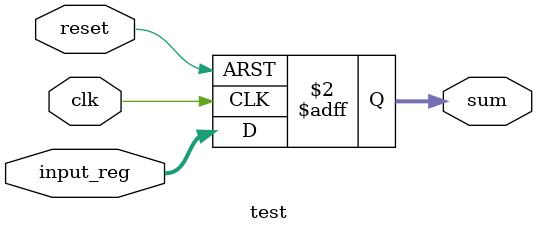
<source format=v>
module test(
	input clk, reset,
	input [15:0] input_reg,
	output reg [15:0] sum
);


integer i;
always @(posedge clk or posedge reset) begin
	if (reset) begin
		sum <= 16'b0;
	end 
	else begin
		sum <= input_reg;
	end
end


endmodule
</source>
